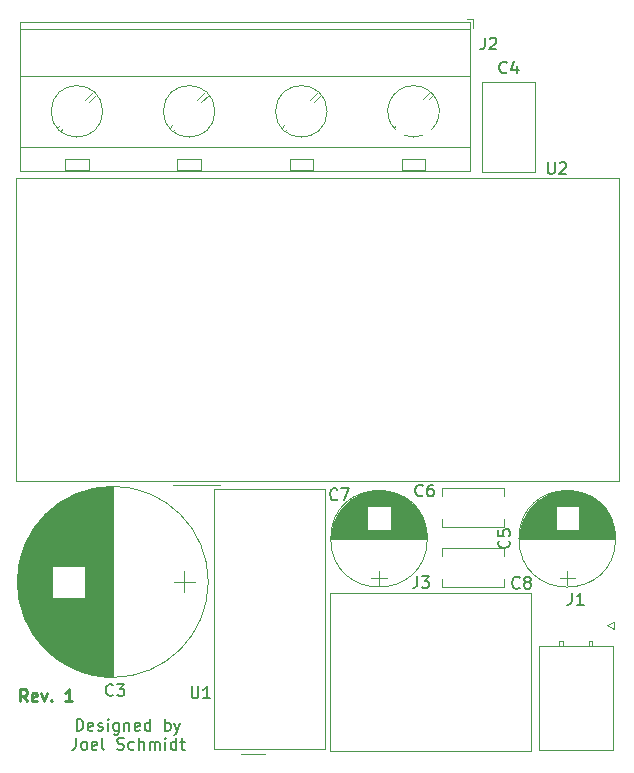
<source format=gbr>
G04 #@! TF.GenerationSoftware,KiCad,Pcbnew,(5.99.0-576-ga860ac506)*
G04 #@! TF.CreationDate,2021-04-05T16:40:01+02:00*
G04 #@! TF.ProjectId,8 Inch Floppy Power Supply,3820496e-6368-4204-966c-6f7070792050,rev?*
G04 #@! TF.SameCoordinates,Original*
G04 #@! TF.FileFunction,Legend,Top*
G04 #@! TF.FilePolarity,Positive*
%FSLAX46Y46*%
G04 Gerber Fmt 4.6, Leading zero omitted, Abs format (unit mm)*
G04 Created by KiCad (PCBNEW (5.99.0-576-ga860ac506)) date 2021-04-05 16:40:01*
%MOMM*%
%LPD*%
G04 APERTURE LIST*
%ADD10C,0.250000*%
%ADD11C,0.150000*%
%ADD12C,0.120000*%
G04 APERTURE END LIST*
D10*
X21201261Y-78049380D02*
X20867928Y-77573190D01*
X20629833Y-78049380D02*
X20629833Y-77049380D01*
X21010785Y-77049380D01*
X21106023Y-77097000D01*
X21153642Y-77144619D01*
X21201261Y-77239857D01*
X21201261Y-77382714D01*
X21153642Y-77477952D01*
X21106023Y-77525571D01*
X21010785Y-77573190D01*
X20629833Y-77573190D01*
X22010785Y-78001761D02*
X21915547Y-78049380D01*
X21725071Y-78049380D01*
X21629833Y-78001761D01*
X21582214Y-77906523D01*
X21582214Y-77525571D01*
X21629833Y-77430333D01*
X21725071Y-77382714D01*
X21915547Y-77382714D01*
X22010785Y-77430333D01*
X22058404Y-77525571D01*
X22058404Y-77620809D01*
X21582214Y-77716047D01*
X22391738Y-77382714D02*
X22629833Y-78049380D01*
X22867928Y-77382714D01*
X23248880Y-77954142D02*
X23296500Y-78001761D01*
X23248880Y-78049380D01*
X23201261Y-78001761D01*
X23248880Y-77954142D01*
X23248880Y-78049380D01*
X25010785Y-78049380D02*
X24439357Y-78049380D01*
X24725071Y-78049380D02*
X24725071Y-77049380D01*
X24629833Y-77192238D01*
X24534595Y-77287476D01*
X24439357Y-77335095D01*
D11*
X25384666Y-80546380D02*
X25384666Y-79546380D01*
X25622761Y-79546380D01*
X25765619Y-79594000D01*
X25860857Y-79689238D01*
X25908476Y-79784476D01*
X25956095Y-79974952D01*
X25956095Y-80117809D01*
X25908476Y-80308285D01*
X25860857Y-80403523D01*
X25765619Y-80498761D01*
X25622761Y-80546380D01*
X25384666Y-80546380D01*
X26765619Y-80498761D02*
X26670380Y-80546380D01*
X26479904Y-80546380D01*
X26384666Y-80498761D01*
X26337047Y-80403523D01*
X26337047Y-80022571D01*
X26384666Y-79927333D01*
X26479904Y-79879714D01*
X26670380Y-79879714D01*
X26765619Y-79927333D01*
X26813238Y-80022571D01*
X26813238Y-80117809D01*
X26337047Y-80213047D01*
X27194190Y-80498761D02*
X27289428Y-80546380D01*
X27479904Y-80546380D01*
X27575142Y-80498761D01*
X27622761Y-80403523D01*
X27622761Y-80355904D01*
X27575142Y-80260666D01*
X27479904Y-80213047D01*
X27337047Y-80213047D01*
X27241809Y-80165428D01*
X27194190Y-80070190D01*
X27194190Y-80022571D01*
X27241809Y-79927333D01*
X27337047Y-79879714D01*
X27479904Y-79879714D01*
X27575142Y-79927333D01*
X28051333Y-80546380D02*
X28051333Y-79879714D01*
X28051333Y-79546380D02*
X28003714Y-79594000D01*
X28051333Y-79641619D01*
X28098952Y-79594000D01*
X28051333Y-79546380D01*
X28051333Y-79641619D01*
X28956095Y-79879714D02*
X28956095Y-80689238D01*
X28908476Y-80784476D01*
X28860857Y-80832095D01*
X28765619Y-80879714D01*
X28622761Y-80879714D01*
X28527523Y-80832095D01*
X28956095Y-80498761D02*
X28860857Y-80546380D01*
X28670380Y-80546380D01*
X28575142Y-80498761D01*
X28527523Y-80451142D01*
X28479904Y-80355904D01*
X28479904Y-80070190D01*
X28527523Y-79974952D01*
X28575142Y-79927333D01*
X28670380Y-79879714D01*
X28860857Y-79879714D01*
X28956095Y-79927333D01*
X29432285Y-79879714D02*
X29432285Y-80546380D01*
X29432285Y-79974952D02*
X29479904Y-79927333D01*
X29575142Y-79879714D01*
X29718000Y-79879714D01*
X29813238Y-79927333D01*
X29860857Y-80022571D01*
X29860857Y-80546380D01*
X30718000Y-80498761D02*
X30622761Y-80546380D01*
X30432285Y-80546380D01*
X30337047Y-80498761D01*
X30289428Y-80403523D01*
X30289428Y-80022571D01*
X30337047Y-79927333D01*
X30432285Y-79879714D01*
X30622761Y-79879714D01*
X30718000Y-79927333D01*
X30765619Y-80022571D01*
X30765619Y-80117809D01*
X30289428Y-80213047D01*
X31622761Y-80546380D02*
X31622761Y-79546380D01*
X31622761Y-80498761D02*
X31527523Y-80546380D01*
X31337047Y-80546380D01*
X31241809Y-80498761D01*
X31194190Y-80451142D01*
X31146571Y-80355904D01*
X31146571Y-80070190D01*
X31194190Y-79974952D01*
X31241809Y-79927333D01*
X31337047Y-79879714D01*
X31527523Y-79879714D01*
X31622761Y-79927333D01*
X32860857Y-80546380D02*
X32860857Y-79546380D01*
X32860857Y-79927333D02*
X32956095Y-79879714D01*
X33146571Y-79879714D01*
X33241809Y-79927333D01*
X33289428Y-79974952D01*
X33337047Y-80070190D01*
X33337047Y-80355904D01*
X33289428Y-80451142D01*
X33241809Y-80498761D01*
X33146571Y-80546380D01*
X32956095Y-80546380D01*
X32860857Y-80498761D01*
X33670380Y-79879714D02*
X33908476Y-80546380D01*
X34146571Y-79879714D02*
X33908476Y-80546380D01*
X33813238Y-80784476D01*
X33765619Y-80832095D01*
X33670380Y-80879714D01*
X25337047Y-81156380D02*
X25337047Y-81870666D01*
X25289428Y-82013523D01*
X25194190Y-82108761D01*
X25051333Y-82156380D01*
X24956095Y-82156380D01*
X25956095Y-82156380D02*
X25860857Y-82108761D01*
X25813238Y-82061142D01*
X25765619Y-81965904D01*
X25765619Y-81680190D01*
X25813238Y-81584952D01*
X25860857Y-81537333D01*
X25956095Y-81489714D01*
X26098952Y-81489714D01*
X26194190Y-81537333D01*
X26241809Y-81584952D01*
X26289428Y-81680190D01*
X26289428Y-81965904D01*
X26241809Y-82061142D01*
X26194190Y-82108761D01*
X26098952Y-82156380D01*
X25956095Y-82156380D01*
X27098952Y-82108761D02*
X27003714Y-82156380D01*
X26813238Y-82156380D01*
X26718000Y-82108761D01*
X26670380Y-82013523D01*
X26670380Y-81632571D01*
X26718000Y-81537333D01*
X26813238Y-81489714D01*
X27003714Y-81489714D01*
X27098952Y-81537333D01*
X27146571Y-81632571D01*
X27146571Y-81727809D01*
X26670380Y-81823047D01*
X27718000Y-82156380D02*
X27622761Y-82108761D01*
X27575142Y-82013523D01*
X27575142Y-81156380D01*
X28813238Y-82108761D02*
X28956095Y-82156380D01*
X29194190Y-82156380D01*
X29289428Y-82108761D01*
X29337047Y-82061142D01*
X29384666Y-81965904D01*
X29384666Y-81870666D01*
X29337047Y-81775428D01*
X29289428Y-81727809D01*
X29194190Y-81680190D01*
X29003714Y-81632571D01*
X28908476Y-81584952D01*
X28860857Y-81537333D01*
X28813238Y-81442095D01*
X28813238Y-81346857D01*
X28860857Y-81251619D01*
X28908476Y-81204000D01*
X29003714Y-81156380D01*
X29241809Y-81156380D01*
X29384666Y-81204000D01*
X30241809Y-82108761D02*
X30146571Y-82156380D01*
X29956095Y-82156380D01*
X29860857Y-82108761D01*
X29813238Y-82061142D01*
X29765619Y-81965904D01*
X29765619Y-81680190D01*
X29813238Y-81584952D01*
X29860857Y-81537333D01*
X29956095Y-81489714D01*
X30146571Y-81489714D01*
X30241809Y-81537333D01*
X30670380Y-82156380D02*
X30670380Y-81156380D01*
X31098952Y-82156380D02*
X31098952Y-81632571D01*
X31051333Y-81537333D01*
X30956095Y-81489714D01*
X30813238Y-81489714D01*
X30718000Y-81537333D01*
X30670380Y-81584952D01*
X31575142Y-82156380D02*
X31575142Y-81489714D01*
X31575142Y-81584952D02*
X31622761Y-81537333D01*
X31718000Y-81489714D01*
X31860857Y-81489714D01*
X31956095Y-81537333D01*
X32003714Y-81632571D01*
X32003714Y-82156380D01*
X32003714Y-81632571D02*
X32051333Y-81537333D01*
X32146571Y-81489714D01*
X32289428Y-81489714D01*
X32384666Y-81537333D01*
X32432285Y-81632571D01*
X32432285Y-82156380D01*
X32908476Y-82156380D02*
X32908476Y-81489714D01*
X32908476Y-81156380D02*
X32860857Y-81204000D01*
X32908476Y-81251619D01*
X32956095Y-81204000D01*
X32908476Y-81156380D01*
X32908476Y-81251619D01*
X33813238Y-82156380D02*
X33813238Y-81156380D01*
X33813238Y-82108761D02*
X33718000Y-82156380D01*
X33527523Y-82156380D01*
X33432285Y-82108761D01*
X33384666Y-82061142D01*
X33337047Y-81965904D01*
X33337047Y-81680190D01*
X33384666Y-81584952D01*
X33432285Y-81537333D01*
X33527523Y-81489714D01*
X33718000Y-81489714D01*
X33813238Y-81537333D01*
X34146571Y-81489714D02*
X34527523Y-81489714D01*
X34289428Y-81156380D02*
X34289428Y-82013523D01*
X34337047Y-82108761D01*
X34432285Y-82156380D01*
X34527523Y-82156380D01*
D12*
X66279000Y-67647500D02*
X67579000Y-67647500D01*
X66929000Y-68247500D02*
X66929000Y-67047500D01*
X66683000Y-60216500D02*
X67175000Y-60216500D01*
X66331000Y-60256500D02*
X67527000Y-60256500D01*
X66115000Y-60296500D02*
X67743000Y-60296500D01*
X65946000Y-60336500D02*
X67912000Y-60336500D01*
X65802000Y-60376500D02*
X68056000Y-60376500D01*
X65675000Y-60416500D02*
X68183000Y-60416500D01*
X65560000Y-60456500D02*
X68298000Y-60456500D01*
X65456000Y-60496500D02*
X68402000Y-60496500D01*
X65359000Y-60536500D02*
X68499000Y-60536500D01*
X65269000Y-60576500D02*
X68589000Y-60576500D01*
X65184000Y-60616500D02*
X68674000Y-60616500D01*
X65103000Y-60656500D02*
X68755000Y-60656500D01*
X65027000Y-60696500D02*
X68831000Y-60696500D01*
X64955000Y-60736500D02*
X68903000Y-60736500D01*
X64886000Y-60776500D02*
X68972000Y-60776500D01*
X64820000Y-60816500D02*
X69038000Y-60816500D01*
X64756000Y-60856500D02*
X69102000Y-60856500D01*
X64695000Y-60896500D02*
X69163000Y-60896500D01*
X64636000Y-60936500D02*
X69222000Y-60936500D01*
X64580000Y-60976500D02*
X69278000Y-60976500D01*
X64525000Y-61016500D02*
X69333000Y-61016500D01*
X64472000Y-61056500D02*
X69386000Y-61056500D01*
X64421000Y-61096500D02*
X69437000Y-61096500D01*
X64372000Y-61136500D02*
X69486000Y-61136500D01*
X64324000Y-61176500D02*
X69534000Y-61176500D01*
X64277000Y-61216500D02*
X69581000Y-61216500D01*
X64232000Y-61256500D02*
X69626000Y-61256500D01*
X64189000Y-61296500D02*
X69669000Y-61296500D01*
X64146000Y-61336500D02*
X69712000Y-61336500D01*
X64105000Y-61376500D02*
X69753000Y-61376500D01*
X64064000Y-61416500D02*
X69794000Y-61416500D01*
X64025000Y-61456500D02*
X69833000Y-61456500D01*
X63987000Y-61496500D02*
X69871000Y-61496500D01*
X63950000Y-61536500D02*
X69908000Y-61536500D01*
X67909000Y-61576500D02*
X69944000Y-61576500D01*
X63914000Y-61576500D02*
X65949000Y-61576500D01*
X67909000Y-61616500D02*
X69979000Y-61616500D01*
X63879000Y-61616500D02*
X65949000Y-61616500D01*
X67909000Y-61656500D02*
X70013000Y-61656500D01*
X63845000Y-61656500D02*
X65949000Y-61656500D01*
X67909000Y-61696500D02*
X70047000Y-61696500D01*
X63811000Y-61696500D02*
X65949000Y-61696500D01*
X67909000Y-61736500D02*
X70079000Y-61736500D01*
X63779000Y-61736500D02*
X65949000Y-61736500D01*
X67909000Y-61776500D02*
X70111000Y-61776500D01*
X63747000Y-61776500D02*
X65949000Y-61776500D01*
X67909000Y-61816500D02*
X70142000Y-61816500D01*
X63716000Y-61816500D02*
X65949000Y-61816500D01*
X67909000Y-61856500D02*
X70172000Y-61856500D01*
X63686000Y-61856500D02*
X65949000Y-61856500D01*
X67909000Y-61896500D02*
X70201000Y-61896500D01*
X63657000Y-61896500D02*
X65949000Y-61896500D01*
X67909000Y-61936500D02*
X70230000Y-61936500D01*
X63628000Y-61936500D02*
X65949000Y-61936500D01*
X67909000Y-61976500D02*
X70258000Y-61976500D01*
X63600000Y-61976500D02*
X65949000Y-61976500D01*
X67909000Y-62016500D02*
X70285000Y-62016500D01*
X63573000Y-62016500D02*
X65949000Y-62016500D01*
X67909000Y-62056500D02*
X70312000Y-62056500D01*
X63546000Y-62056500D02*
X65949000Y-62056500D01*
X67909000Y-62096500D02*
X70337000Y-62096500D01*
X63521000Y-62096500D02*
X65949000Y-62096500D01*
X67909000Y-62136500D02*
X70363000Y-62136500D01*
X63495000Y-62136500D02*
X65949000Y-62136500D01*
X67909000Y-62176500D02*
X70387000Y-62176500D01*
X63471000Y-62176500D02*
X65949000Y-62176500D01*
X67909000Y-62216500D02*
X70411000Y-62216500D01*
X63447000Y-62216500D02*
X65949000Y-62216500D01*
X67909000Y-62256500D02*
X70434000Y-62256500D01*
X63424000Y-62256500D02*
X65949000Y-62256500D01*
X67909000Y-62296500D02*
X70457000Y-62296500D01*
X63401000Y-62296500D02*
X65949000Y-62296500D01*
X67909000Y-62336500D02*
X70479000Y-62336500D01*
X63379000Y-62336500D02*
X65949000Y-62336500D01*
X67909000Y-62376500D02*
X70501000Y-62376500D01*
X63357000Y-62376500D02*
X65949000Y-62376500D01*
X67909000Y-62416500D02*
X70522000Y-62416500D01*
X63336000Y-62416500D02*
X65949000Y-62416500D01*
X67909000Y-62456500D02*
X70542000Y-62456500D01*
X63316000Y-62456500D02*
X65949000Y-62456500D01*
X67909000Y-62496500D02*
X70562000Y-62496500D01*
X63296000Y-62496500D02*
X65949000Y-62496500D01*
X67909000Y-62536500D02*
X70581000Y-62536500D01*
X63277000Y-62536500D02*
X65949000Y-62536500D01*
X67909000Y-62576500D02*
X70600000Y-62576500D01*
X63258000Y-62576500D02*
X65949000Y-62576500D01*
X67909000Y-62616500D02*
X70619000Y-62616500D01*
X63239000Y-62616500D02*
X65949000Y-62616500D01*
X67909000Y-62656500D02*
X70636000Y-62656500D01*
X63222000Y-62656500D02*
X65949000Y-62656500D01*
X67909000Y-62696500D02*
X70654000Y-62696500D01*
X63204000Y-62696500D02*
X65949000Y-62696500D01*
X67909000Y-62736500D02*
X70670000Y-62736500D01*
X63188000Y-62736500D02*
X65949000Y-62736500D01*
X67909000Y-62776500D02*
X70687000Y-62776500D01*
X63171000Y-62776500D02*
X65949000Y-62776500D01*
X67909000Y-62816500D02*
X70702000Y-62816500D01*
X63156000Y-62816500D02*
X65949000Y-62816500D01*
X67909000Y-62856500D02*
X70718000Y-62856500D01*
X63140000Y-62856500D02*
X65949000Y-62856500D01*
X67909000Y-62896500D02*
X70732000Y-62896500D01*
X63126000Y-62896500D02*
X65949000Y-62896500D01*
X67909000Y-62936500D02*
X70747000Y-62936500D01*
X63111000Y-62936500D02*
X65949000Y-62936500D01*
X67909000Y-62976500D02*
X70761000Y-62976500D01*
X63097000Y-62976500D02*
X65949000Y-62976500D01*
X67909000Y-63016500D02*
X70774000Y-63016500D01*
X63084000Y-63016500D02*
X65949000Y-63016500D01*
X67909000Y-63056500D02*
X70787000Y-63056500D01*
X63071000Y-63056500D02*
X65949000Y-63056500D01*
X67909000Y-63096500D02*
X70799000Y-63096500D01*
X63059000Y-63096500D02*
X65949000Y-63096500D01*
X67909000Y-63136500D02*
X70812000Y-63136500D01*
X63046000Y-63136500D02*
X65949000Y-63136500D01*
X67909000Y-63176500D02*
X70823000Y-63176500D01*
X63035000Y-63176500D02*
X65949000Y-63176500D01*
X67909000Y-63216500D02*
X70834000Y-63216500D01*
X63024000Y-63216500D02*
X65949000Y-63216500D01*
X67909000Y-63256500D02*
X70845000Y-63256500D01*
X63013000Y-63256500D02*
X65949000Y-63256500D01*
X67909000Y-63296500D02*
X70855000Y-63296500D01*
X63003000Y-63296500D02*
X65949000Y-63296500D01*
X67909000Y-63336500D02*
X70865000Y-63336500D01*
X62993000Y-63336500D02*
X65949000Y-63336500D01*
X67909000Y-63376500D02*
X70875000Y-63376500D01*
X62983000Y-63376500D02*
X65949000Y-63376500D01*
X67909000Y-63416500D02*
X70884000Y-63416500D01*
X62974000Y-63416500D02*
X65949000Y-63416500D01*
X67909000Y-63456500D02*
X70892000Y-63456500D01*
X62966000Y-63456500D02*
X65949000Y-63456500D01*
X67909000Y-63496500D02*
X70900000Y-63496500D01*
X62958000Y-63496500D02*
X65949000Y-63496500D01*
X62950000Y-63536500D02*
X70908000Y-63536500D01*
X62942000Y-63576500D02*
X70916000Y-63576500D01*
X62935000Y-63617500D02*
X70923000Y-63617500D01*
X62929000Y-63657500D02*
X70929000Y-63657500D01*
X62923000Y-63697500D02*
X70935000Y-63697500D01*
X62917000Y-63737500D02*
X70941000Y-63737500D01*
X62912000Y-63777500D02*
X70946000Y-63777500D01*
X62907000Y-63817500D02*
X70951000Y-63817500D01*
X62902000Y-63857500D02*
X70956000Y-63857500D01*
X62898000Y-63897500D02*
X70960000Y-63897500D01*
X62894000Y-63937500D02*
X70964000Y-63937500D01*
X62891000Y-63977500D02*
X70967000Y-63977500D01*
X62888000Y-64017500D02*
X70970000Y-64017500D01*
X62886000Y-64057500D02*
X70972000Y-64057500D01*
X62883000Y-64097500D02*
X70975000Y-64097500D01*
X62882000Y-64137500D02*
X70976000Y-64137500D01*
X62880000Y-64177500D02*
X70978000Y-64177500D01*
X62879000Y-64217500D02*
X70979000Y-64217500D01*
X62879000Y-64257500D02*
X70979000Y-64257500D01*
X62879000Y-64297500D02*
X70979000Y-64297500D01*
X71019000Y-64297500D02*
G75*
G03*
X71019000Y-64297500I-4090000J0D01*
G01*
X70767500Y-82158000D02*
X70767500Y-73398000D01*
X70767500Y-73398000D02*
X64527500Y-73398000D01*
X64527500Y-73398000D02*
X64527500Y-82158000D01*
X64527500Y-82158000D02*
X70767500Y-82158000D01*
X69047500Y-73398000D02*
X69047500Y-72928000D01*
X69047500Y-72928000D02*
X68747500Y-72928000D01*
X68747500Y-72928000D02*
X68747500Y-73398000D01*
X68747500Y-73398000D02*
X69047500Y-73398000D01*
X66547500Y-73398000D02*
X66547500Y-72928000D01*
X66547500Y-72928000D02*
X66247500Y-72928000D01*
X66247500Y-72928000D02*
X66247500Y-73398000D01*
X66247500Y-73398000D02*
X66547500Y-73398000D01*
X70297500Y-71628000D02*
X70897500Y-71328000D01*
X70897500Y-71328000D02*
X70897500Y-71928000D01*
X70897500Y-71928000D02*
X70297500Y-71628000D01*
X58971500Y-20307000D02*
X58471500Y-20307000D01*
X58971500Y-21047000D02*
X58971500Y-20307000D01*
X43411500Y-33107000D02*
X43411500Y-32107000D01*
X45411500Y-33107000D02*
X45411500Y-32107000D01*
X45411500Y-32107000D02*
X43411500Y-32107000D01*
X45411500Y-33107000D02*
X43411500Y-33107000D01*
X45456500Y-27328000D02*
X46064500Y-26719000D01*
X43023500Y-29761000D02*
X43190500Y-29593000D01*
X45114500Y-27137000D02*
X45798500Y-26453000D01*
X42757500Y-29495000D02*
X42955500Y-29297000D01*
X52911500Y-33107000D02*
X52911500Y-32107000D01*
X54911500Y-33107000D02*
X54911500Y-32107000D01*
X54911500Y-32107000D02*
X52911500Y-32107000D01*
X54911500Y-33107000D02*
X52911500Y-33107000D01*
X55231500Y-27054000D02*
X55565500Y-26719000D01*
X54691500Y-27061000D02*
X55299500Y-26453000D01*
X52257500Y-29495000D02*
X52364500Y-29388000D01*
X20571500Y-33167000D02*
X58731500Y-33167000D01*
X20571500Y-20547000D02*
X20571500Y-33167000D01*
X58731500Y-20547000D02*
X20571500Y-20547000D01*
X58731500Y-33167000D02*
X58731500Y-20547000D01*
X58731500Y-31107000D02*
X20571500Y-31107000D01*
X58731500Y-25107000D02*
X20571500Y-25107000D01*
X58731500Y-21107000D02*
X20571500Y-21107000D01*
X46591500Y-28107000D02*
G75*
G03*
X46591500Y-28107000I-2180000J0D01*
G01*
X53873555Y-25926278D02*
G75*
G02*
X55426500Y-29676000I37945J-2180722D01*
G01*
X54692711Y-30143303D02*
G75*
G02*
X53129500Y-30143000I-781211J2036303D01*
G01*
X52397145Y-29675161D02*
G75*
G02*
X53911500Y-25927000I1514355J1568161D01*
G01*
X35614500Y-27137000D02*
X36298500Y-26453000D01*
X35911500Y-33107000D02*
X33911500Y-33107000D01*
X33257500Y-29495000D02*
X33455500Y-29297000D01*
X35911500Y-33107000D02*
X35911500Y-32107000D01*
X33911500Y-33107000D02*
X33911500Y-32107000D01*
X35911500Y-32107000D02*
X33911500Y-32107000D01*
X35956500Y-27328000D02*
X36564500Y-26719000D01*
X33523500Y-29761000D02*
X33690500Y-29593000D01*
X37091500Y-28107000D02*
G75*
G03*
X37091500Y-28107000I-2180000J0D01*
G01*
X26114500Y-27137000D02*
X26798500Y-26453000D01*
X26411500Y-33107000D02*
X24411500Y-33107000D01*
X23757500Y-29495000D02*
X23955500Y-29297000D01*
X26411500Y-33107000D02*
X26411500Y-32107000D01*
X24411500Y-33107000D02*
X24411500Y-32107000D01*
X26411500Y-32107000D02*
X24411500Y-32107000D01*
X26456500Y-27328000D02*
X27064500Y-26719000D01*
X24023500Y-29761000D02*
X24190500Y-29593000D01*
X27591500Y-28107000D02*
G75*
G03*
X27591500Y-28107000I-2180000J0D01*
G01*
X55080500Y-64290000D02*
G75*
G03*
X55080500Y-64290000I-4090000J0D01*
G01*
X46940500Y-64290000D02*
X55040500Y-64290000D01*
X46940500Y-64250000D02*
X55040500Y-64250000D01*
X46940500Y-64210000D02*
X55040500Y-64210000D01*
X46941500Y-64170000D02*
X55039500Y-64170000D01*
X46943500Y-64130000D02*
X55037500Y-64130000D01*
X46944500Y-64090000D02*
X55036500Y-64090000D01*
X46947500Y-64050000D02*
X55033500Y-64050000D01*
X46949500Y-64010000D02*
X55031500Y-64010000D01*
X46952500Y-63970000D02*
X55028500Y-63970000D01*
X46955500Y-63930000D02*
X55025500Y-63930000D01*
X46959500Y-63890000D02*
X55021500Y-63890000D01*
X46963500Y-63850000D02*
X55017500Y-63850000D01*
X46968500Y-63810000D02*
X55012500Y-63810000D01*
X46973500Y-63770000D02*
X55007500Y-63770000D01*
X46978500Y-63730000D02*
X55002500Y-63730000D01*
X46984500Y-63690000D02*
X54996500Y-63690000D01*
X46990500Y-63650000D02*
X54990500Y-63650000D01*
X46996500Y-63610000D02*
X54984500Y-63610000D01*
X47003500Y-63569000D02*
X54977500Y-63569000D01*
X47011500Y-63529000D02*
X54969500Y-63529000D01*
X47019500Y-63489000D02*
X50010500Y-63489000D01*
X51970500Y-63489000D02*
X54961500Y-63489000D01*
X47027500Y-63449000D02*
X50010500Y-63449000D01*
X51970500Y-63449000D02*
X54953500Y-63449000D01*
X47035500Y-63409000D02*
X50010500Y-63409000D01*
X51970500Y-63409000D02*
X54945500Y-63409000D01*
X47044500Y-63369000D02*
X50010500Y-63369000D01*
X51970500Y-63369000D02*
X54936500Y-63369000D01*
X47054500Y-63329000D02*
X50010500Y-63329000D01*
X51970500Y-63329000D02*
X54926500Y-63329000D01*
X47064500Y-63289000D02*
X50010500Y-63289000D01*
X51970500Y-63289000D02*
X54916500Y-63289000D01*
X47074500Y-63249000D02*
X50010500Y-63249000D01*
X51970500Y-63249000D02*
X54906500Y-63249000D01*
X47085500Y-63209000D02*
X50010500Y-63209000D01*
X51970500Y-63209000D02*
X54895500Y-63209000D01*
X47096500Y-63169000D02*
X50010500Y-63169000D01*
X51970500Y-63169000D02*
X54884500Y-63169000D01*
X47107500Y-63129000D02*
X50010500Y-63129000D01*
X51970500Y-63129000D02*
X54873500Y-63129000D01*
X47120500Y-63089000D02*
X50010500Y-63089000D01*
X51970500Y-63089000D02*
X54860500Y-63089000D01*
X47132500Y-63049000D02*
X50010500Y-63049000D01*
X51970500Y-63049000D02*
X54848500Y-63049000D01*
X47145500Y-63009000D02*
X50010500Y-63009000D01*
X51970500Y-63009000D02*
X54835500Y-63009000D01*
X47158500Y-62969000D02*
X50010500Y-62969000D01*
X51970500Y-62969000D02*
X54822500Y-62969000D01*
X47172500Y-62929000D02*
X50010500Y-62929000D01*
X51970500Y-62929000D02*
X54808500Y-62929000D01*
X47187500Y-62889000D02*
X50010500Y-62889000D01*
X51970500Y-62889000D02*
X54793500Y-62889000D01*
X47201500Y-62849000D02*
X50010500Y-62849000D01*
X51970500Y-62849000D02*
X54779500Y-62849000D01*
X47217500Y-62809000D02*
X50010500Y-62809000D01*
X51970500Y-62809000D02*
X54763500Y-62809000D01*
X47232500Y-62769000D02*
X50010500Y-62769000D01*
X51970500Y-62769000D02*
X54748500Y-62769000D01*
X47249500Y-62729000D02*
X50010500Y-62729000D01*
X51970500Y-62729000D02*
X54731500Y-62729000D01*
X47265500Y-62689000D02*
X50010500Y-62689000D01*
X51970500Y-62689000D02*
X54715500Y-62689000D01*
X47283500Y-62649000D02*
X50010500Y-62649000D01*
X51970500Y-62649000D02*
X54697500Y-62649000D01*
X47300500Y-62609000D02*
X50010500Y-62609000D01*
X51970500Y-62609000D02*
X54680500Y-62609000D01*
X47319500Y-62569000D02*
X50010500Y-62569000D01*
X51970500Y-62569000D02*
X54661500Y-62569000D01*
X47338500Y-62529000D02*
X50010500Y-62529000D01*
X51970500Y-62529000D02*
X54642500Y-62529000D01*
X47357500Y-62489000D02*
X50010500Y-62489000D01*
X51970500Y-62489000D02*
X54623500Y-62489000D01*
X47377500Y-62449000D02*
X50010500Y-62449000D01*
X51970500Y-62449000D02*
X54603500Y-62449000D01*
X47397500Y-62409000D02*
X50010500Y-62409000D01*
X51970500Y-62409000D02*
X54583500Y-62409000D01*
X47418500Y-62369000D02*
X50010500Y-62369000D01*
X51970500Y-62369000D02*
X54562500Y-62369000D01*
X47440500Y-62329000D02*
X50010500Y-62329000D01*
X51970500Y-62329000D02*
X54540500Y-62329000D01*
X47462500Y-62289000D02*
X50010500Y-62289000D01*
X51970500Y-62289000D02*
X54518500Y-62289000D01*
X47485500Y-62249000D02*
X50010500Y-62249000D01*
X51970500Y-62249000D02*
X54495500Y-62249000D01*
X47508500Y-62209000D02*
X50010500Y-62209000D01*
X51970500Y-62209000D02*
X54472500Y-62209000D01*
X47532500Y-62169000D02*
X50010500Y-62169000D01*
X51970500Y-62169000D02*
X54448500Y-62169000D01*
X47556500Y-62129000D02*
X50010500Y-62129000D01*
X51970500Y-62129000D02*
X54424500Y-62129000D01*
X47582500Y-62089000D02*
X50010500Y-62089000D01*
X51970500Y-62089000D02*
X54398500Y-62089000D01*
X47607500Y-62049000D02*
X50010500Y-62049000D01*
X51970500Y-62049000D02*
X54373500Y-62049000D01*
X47634500Y-62009000D02*
X50010500Y-62009000D01*
X51970500Y-62009000D02*
X54346500Y-62009000D01*
X47661500Y-61969000D02*
X50010500Y-61969000D01*
X51970500Y-61969000D02*
X54319500Y-61969000D01*
X47689500Y-61929000D02*
X50010500Y-61929000D01*
X51970500Y-61929000D02*
X54291500Y-61929000D01*
X47718500Y-61889000D02*
X50010500Y-61889000D01*
X51970500Y-61889000D02*
X54262500Y-61889000D01*
X47747500Y-61849000D02*
X50010500Y-61849000D01*
X51970500Y-61849000D02*
X54233500Y-61849000D01*
X47777500Y-61809000D02*
X50010500Y-61809000D01*
X51970500Y-61809000D02*
X54203500Y-61809000D01*
X47808500Y-61769000D02*
X50010500Y-61769000D01*
X51970500Y-61769000D02*
X54172500Y-61769000D01*
X47840500Y-61729000D02*
X50010500Y-61729000D01*
X51970500Y-61729000D02*
X54140500Y-61729000D01*
X47872500Y-61689000D02*
X50010500Y-61689000D01*
X51970500Y-61689000D02*
X54108500Y-61689000D01*
X47906500Y-61649000D02*
X50010500Y-61649000D01*
X51970500Y-61649000D02*
X54074500Y-61649000D01*
X47940500Y-61609000D02*
X50010500Y-61609000D01*
X51970500Y-61609000D02*
X54040500Y-61609000D01*
X47975500Y-61569000D02*
X50010500Y-61569000D01*
X51970500Y-61569000D02*
X54005500Y-61569000D01*
X48011500Y-61529000D02*
X53969500Y-61529000D01*
X48048500Y-61489000D02*
X53932500Y-61489000D01*
X48086500Y-61449000D02*
X53894500Y-61449000D01*
X48125500Y-61409000D02*
X53855500Y-61409000D01*
X48166500Y-61369000D02*
X53814500Y-61369000D01*
X48207500Y-61329000D02*
X53773500Y-61329000D01*
X48250500Y-61289000D02*
X53730500Y-61289000D01*
X48293500Y-61249000D02*
X53687500Y-61249000D01*
X48338500Y-61209000D02*
X53642500Y-61209000D01*
X48385500Y-61169000D02*
X53595500Y-61169000D01*
X48433500Y-61129000D02*
X53547500Y-61129000D01*
X48482500Y-61089000D02*
X53498500Y-61089000D01*
X48533500Y-61049000D02*
X53447500Y-61049000D01*
X48586500Y-61009000D02*
X53394500Y-61009000D01*
X48641500Y-60969000D02*
X53339500Y-60969000D01*
X48697500Y-60929000D02*
X53283500Y-60929000D01*
X48756500Y-60889000D02*
X53224500Y-60889000D01*
X48817500Y-60849000D02*
X53163500Y-60849000D01*
X48881500Y-60809000D02*
X53099500Y-60809000D01*
X48947500Y-60769000D02*
X53033500Y-60769000D01*
X49016500Y-60729000D02*
X52964500Y-60729000D01*
X49088500Y-60689000D02*
X52892500Y-60689000D01*
X49164500Y-60649000D02*
X52816500Y-60649000D01*
X49245500Y-60609000D02*
X52735500Y-60609000D01*
X49330500Y-60569000D02*
X52650500Y-60569000D01*
X49420500Y-60529000D02*
X52560500Y-60529000D01*
X49517500Y-60489000D02*
X52463500Y-60489000D01*
X49621500Y-60449000D02*
X52359500Y-60449000D01*
X49736500Y-60409000D02*
X52244500Y-60409000D01*
X49863500Y-60369000D02*
X52117500Y-60369000D01*
X50007500Y-60329000D02*
X51973500Y-60329000D01*
X50176500Y-60289000D02*
X51804500Y-60289000D01*
X50392500Y-60249000D02*
X51588500Y-60249000D01*
X50744500Y-60209000D02*
X51236500Y-60209000D01*
X50990500Y-68240000D02*
X50990500Y-67040000D01*
X50340500Y-67640000D02*
X51640500Y-67640000D01*
X33560000Y-59769000D02*
X37560000Y-59769000D01*
X20240000Y-59389000D02*
X20240000Y-33789000D01*
X20240000Y-33789000D02*
X71280000Y-33789000D01*
X71280000Y-33789000D02*
X71280000Y-59389000D01*
X71280000Y-59389000D02*
X20240000Y-59389000D01*
X46442500Y-82130000D02*
X37002500Y-82130000D01*
X46442500Y-60090000D02*
X46442500Y-82130000D01*
X37002500Y-60090000D02*
X46442500Y-60090000D01*
X37002500Y-82130000D02*
X37002500Y-60090000D01*
X39322500Y-82510000D02*
X41322500Y-82510000D01*
X56341500Y-65078500D02*
X61561500Y-65078500D01*
X56341500Y-68398500D02*
X61561500Y-68398500D01*
X56341500Y-65078500D02*
X56341500Y-65742500D01*
X56341500Y-67734500D02*
X56341500Y-68398500D01*
X61561500Y-65078500D02*
X61561500Y-65742500D01*
X61561500Y-67734500D02*
X61561500Y-68398500D01*
X61561500Y-62654500D02*
X61561500Y-63318500D01*
X61561500Y-59998500D02*
X61561500Y-60662500D01*
X56341500Y-62654500D02*
X56341500Y-63318500D01*
X56341500Y-59998500D02*
X56341500Y-60662500D01*
X56341500Y-63318500D02*
X61561500Y-63318500D01*
X56341500Y-59998500D02*
X61561500Y-59998500D01*
X59716000Y-25630500D02*
X64236000Y-25630500D01*
X59716000Y-33250500D02*
X64236000Y-33250500D01*
X64236000Y-33250500D02*
X64236000Y-25630500D01*
X59716000Y-33250500D02*
X59716000Y-25630500D01*
X34494500Y-68845000D02*
X34494500Y-67045000D01*
X35394500Y-67945000D02*
X33594500Y-67945000D01*
X20363500Y-68308000D02*
X20363500Y-67582000D01*
X20403500Y-68804000D02*
X20403500Y-67086000D01*
X20443500Y-69109000D02*
X20443500Y-66781000D01*
X20483500Y-69350000D02*
X20483500Y-66540000D01*
X20523500Y-69555000D02*
X20523500Y-66335000D01*
X20563500Y-69737000D02*
X20563500Y-66153000D01*
X20603500Y-69901000D02*
X20603500Y-65989000D01*
X20643500Y-70052000D02*
X20643500Y-65838000D01*
X20683500Y-70193000D02*
X20683500Y-65697000D01*
X20723500Y-70324000D02*
X20723500Y-65566000D01*
X20763500Y-70448000D02*
X20763500Y-65442000D01*
X20803500Y-70566000D02*
X20803500Y-65324000D01*
X20843500Y-70678000D02*
X20843500Y-65212000D01*
X20883500Y-70786000D02*
X20883500Y-65104000D01*
X20923500Y-70888000D02*
X20923500Y-65002000D01*
X20963500Y-70987000D02*
X20963500Y-64903000D01*
X21003500Y-71083000D02*
X21003500Y-64807000D01*
X21043500Y-71175000D02*
X21043500Y-64715000D01*
X21083500Y-71264000D02*
X21083500Y-64626000D01*
X21123500Y-71350000D02*
X21123500Y-64540000D01*
X21163500Y-71434000D02*
X21163500Y-64456000D01*
X21203500Y-71515000D02*
X21203500Y-64375000D01*
X21243500Y-71594000D02*
X21243500Y-64296000D01*
X21283500Y-71671000D02*
X21283500Y-64219000D01*
X21323500Y-71747000D02*
X21323500Y-64143000D01*
X21363500Y-71820000D02*
X21363500Y-64070000D01*
X21403500Y-71891000D02*
X21403500Y-63999000D01*
X21443500Y-71961000D02*
X21443500Y-63929000D01*
X21483500Y-72029000D02*
X21483500Y-63861000D01*
X21523500Y-72096000D02*
X21523500Y-63794000D01*
X21563500Y-72162000D02*
X21563500Y-63728000D01*
X21603500Y-72226000D02*
X21603500Y-63664000D01*
X21643500Y-72288000D02*
X21643500Y-63602000D01*
X21683500Y-72350000D02*
X21683500Y-63540000D01*
X21723500Y-72410000D02*
X21723500Y-63480000D01*
X21763500Y-72469000D02*
X21763500Y-63421000D01*
X21803500Y-72527000D02*
X21803500Y-63363000D01*
X21843500Y-72584000D02*
X21843500Y-63306000D01*
X21883500Y-72640000D02*
X21883500Y-63250000D01*
X21923500Y-72695000D02*
X21923500Y-63195000D01*
X21963500Y-72749000D02*
X21963500Y-63141000D01*
X22003500Y-72802000D02*
X22003500Y-63088000D01*
X22043500Y-72854000D02*
X22043500Y-63036000D01*
X22083500Y-72905000D02*
X22083500Y-62985000D01*
X22123500Y-72956000D02*
X22123500Y-62934000D01*
X22163500Y-73005000D02*
X22163500Y-62885000D01*
X22203500Y-73054000D02*
X22203500Y-62836000D01*
X22243500Y-73102000D02*
X22243500Y-62788000D01*
X22283500Y-73150000D02*
X22283500Y-62740000D01*
X22323500Y-73196000D02*
X22323500Y-62694000D01*
X22363500Y-73242000D02*
X22363500Y-62648000D01*
X22403500Y-73288000D02*
X22403500Y-62602000D01*
X22443500Y-73332000D02*
X22443500Y-62558000D01*
X22483500Y-73376000D02*
X22483500Y-62514000D01*
X22523500Y-73419000D02*
X22523500Y-62471000D01*
X22563500Y-73462000D02*
X22563500Y-62428000D01*
X22603500Y-73504000D02*
X22603500Y-62386000D01*
X22643500Y-73545000D02*
X22643500Y-62345000D01*
X22683500Y-73586000D02*
X22683500Y-62304000D01*
X22723500Y-73626000D02*
X22723500Y-62264000D01*
X22763500Y-73666000D02*
X22763500Y-62224000D01*
X22803500Y-73705000D02*
X22803500Y-62185000D01*
X22843500Y-73744000D02*
X22843500Y-62146000D01*
X22883500Y-73782000D02*
X22883500Y-62108000D01*
X22923500Y-73820000D02*
X22923500Y-62070000D01*
X22963500Y-73857000D02*
X22963500Y-62033000D01*
X23003500Y-73893000D02*
X23003500Y-61997000D01*
X23043500Y-73929000D02*
X23043500Y-61961000D01*
X23083500Y-73965000D02*
X23083500Y-61925000D01*
X23123500Y-74000000D02*
X23123500Y-61890000D01*
X23163500Y-74035000D02*
X23163500Y-61855000D01*
X23203500Y-74069000D02*
X23203500Y-61821000D01*
X23243500Y-74103000D02*
X23243500Y-61787000D01*
X23283500Y-74136000D02*
X23283500Y-61754000D01*
X23323500Y-66565000D02*
X23323500Y-61721000D01*
X23323500Y-74169000D02*
X23323500Y-69325000D01*
X23363500Y-66565000D02*
X23363500Y-61688000D01*
X23363500Y-74202000D02*
X23363500Y-69325000D01*
X23403500Y-66565000D02*
X23403500Y-61656000D01*
X23403500Y-74234000D02*
X23403500Y-69325000D01*
X23443500Y-66565000D02*
X23443500Y-61625000D01*
X23443500Y-74265000D02*
X23443500Y-69325000D01*
X23483500Y-66565000D02*
X23483500Y-61593000D01*
X23483500Y-74297000D02*
X23483500Y-69325000D01*
X23523500Y-66565000D02*
X23523500Y-61563000D01*
X23523500Y-74327000D02*
X23523500Y-69325000D01*
X23563500Y-66565000D02*
X23563500Y-61532000D01*
X23563500Y-74358000D02*
X23563500Y-69325000D01*
X23603500Y-66565000D02*
X23603500Y-61502000D01*
X23603500Y-74388000D02*
X23603500Y-69325000D01*
X23643500Y-66565000D02*
X23643500Y-61472000D01*
X23643500Y-74418000D02*
X23643500Y-69325000D01*
X23683500Y-66565000D02*
X23683500Y-61443000D01*
X23683500Y-74447000D02*
X23683500Y-69325000D01*
X23723500Y-66565000D02*
X23723500Y-61414000D01*
X23723500Y-74476000D02*
X23723500Y-69325000D01*
X23763500Y-66565000D02*
X23763500Y-61386000D01*
X23763500Y-74504000D02*
X23763500Y-69325000D01*
X23803500Y-66565000D02*
X23803500Y-61357000D01*
X23803500Y-74533000D02*
X23803500Y-69325000D01*
X23843500Y-66565000D02*
X23843500Y-61330000D01*
X23843500Y-74560000D02*
X23843500Y-69325000D01*
X23883500Y-66565000D02*
X23883500Y-61302000D01*
X23883500Y-74588000D02*
X23883500Y-69325000D01*
X23923500Y-66565000D02*
X23923500Y-61275000D01*
X23923500Y-74615000D02*
X23923500Y-69325000D01*
X23963500Y-66565000D02*
X23963500Y-61248000D01*
X23963500Y-74642000D02*
X23963500Y-69325000D01*
X24003500Y-66565000D02*
X24003500Y-61222000D01*
X24003500Y-74668000D02*
X24003500Y-69325000D01*
X24043500Y-66565000D02*
X24043500Y-61196000D01*
X24043500Y-74694000D02*
X24043500Y-69325000D01*
X24083500Y-66565000D02*
X24083500Y-61170000D01*
X24083500Y-74720000D02*
X24083500Y-69325000D01*
X24123500Y-66565000D02*
X24123500Y-61144000D01*
X24123500Y-74746000D02*
X24123500Y-69325000D01*
X24163500Y-66565000D02*
X24163500Y-61119000D01*
X24163500Y-74771000D02*
X24163500Y-69325000D01*
X24203500Y-66565000D02*
X24203500Y-61095000D01*
X24203500Y-74795000D02*
X24203500Y-69325000D01*
X24243500Y-66565000D02*
X24243500Y-61070000D01*
X24243500Y-74820000D02*
X24243500Y-69325000D01*
X24283500Y-66565000D02*
X24283500Y-61046000D01*
X24283500Y-74844000D02*
X24283500Y-69325000D01*
X24323500Y-66565000D02*
X24323500Y-61022000D01*
X24323500Y-74868000D02*
X24323500Y-69325000D01*
X24363500Y-66565000D02*
X24363500Y-60999000D01*
X24363500Y-74891000D02*
X24363500Y-69325000D01*
X24403500Y-66565000D02*
X24403500Y-60975000D01*
X24403500Y-74915000D02*
X24403500Y-69325000D01*
X24443500Y-66565000D02*
X24443500Y-60953000D01*
X24443500Y-74937000D02*
X24443500Y-69325000D01*
X24483500Y-66565000D02*
X24483500Y-60930000D01*
X24483500Y-74960000D02*
X24483500Y-69325000D01*
X24523500Y-66565000D02*
X24523500Y-60908000D01*
X24523500Y-74982000D02*
X24523500Y-69325000D01*
X24563500Y-66565000D02*
X24563500Y-60886000D01*
X24563500Y-75004000D02*
X24563500Y-69325000D01*
X24603500Y-66565000D02*
X24603500Y-60864000D01*
X24603500Y-75026000D02*
X24603500Y-69325000D01*
X24643500Y-66565000D02*
X24643500Y-60843000D01*
X24643500Y-75047000D02*
X24643500Y-69325000D01*
X24683500Y-66565000D02*
X24683500Y-60821000D01*
X24683500Y-75069000D02*
X24683500Y-69325000D01*
X24723500Y-66565000D02*
X24723500Y-60801000D01*
X24723500Y-75089000D02*
X24723500Y-69325000D01*
X24763500Y-66565000D02*
X24763500Y-60780000D01*
X24763500Y-75110000D02*
X24763500Y-69325000D01*
X24803500Y-66565000D02*
X24803500Y-60760000D01*
X24803500Y-75130000D02*
X24803500Y-69325000D01*
X24843500Y-66565000D02*
X24843500Y-60740000D01*
X24843500Y-75150000D02*
X24843500Y-69325000D01*
X24883500Y-66565000D02*
X24883500Y-60720000D01*
X24883500Y-75170000D02*
X24883500Y-69325000D01*
X24923500Y-66565000D02*
X24923500Y-60700000D01*
X24923500Y-75190000D02*
X24923500Y-69325000D01*
X24963500Y-66565000D02*
X24963500Y-60681000D01*
X24963500Y-75209000D02*
X24963500Y-69325000D01*
X25003500Y-66565000D02*
X25003500Y-60662000D01*
X25003500Y-75228000D02*
X25003500Y-69325000D01*
X25043500Y-66565000D02*
X25043500Y-60644000D01*
X25043500Y-75246000D02*
X25043500Y-69325000D01*
X25083500Y-66565000D02*
X25083500Y-60625000D01*
X25083500Y-75265000D02*
X25083500Y-69325000D01*
X25123500Y-66565000D02*
X25123500Y-60607000D01*
X25123500Y-75283000D02*
X25123500Y-69325000D01*
X25163500Y-66565000D02*
X25163500Y-60589000D01*
X25163500Y-75301000D02*
X25163500Y-69325000D01*
X25203500Y-66565000D02*
X25203500Y-60572000D01*
X25203500Y-75318000D02*
X25203500Y-69325000D01*
X25243500Y-66565000D02*
X25243500Y-60554000D01*
X25243500Y-75336000D02*
X25243500Y-69325000D01*
X25283500Y-66565000D02*
X25283500Y-60537000D01*
X25283500Y-75353000D02*
X25283500Y-69325000D01*
X25323500Y-66565000D02*
X25323500Y-60520000D01*
X25323500Y-75370000D02*
X25323500Y-69325000D01*
X25363500Y-66565000D02*
X25363500Y-60504000D01*
X25363500Y-75386000D02*
X25363500Y-69325000D01*
X25403500Y-66565000D02*
X25403500Y-60487000D01*
X25403500Y-75403000D02*
X25403500Y-69325000D01*
X25443500Y-66565000D02*
X25443500Y-60471000D01*
X25443500Y-75419000D02*
X25443500Y-69325000D01*
X25483500Y-66565000D02*
X25483500Y-60455000D01*
X25483500Y-75435000D02*
X25483500Y-69325000D01*
X25523500Y-66565000D02*
X25523500Y-60440000D01*
X25523500Y-75450000D02*
X25523500Y-69325000D01*
X25563500Y-66565000D02*
X25563500Y-60424000D01*
X25563500Y-75466000D02*
X25563500Y-69325000D01*
X25603500Y-66565000D02*
X25603500Y-60409000D01*
X25603500Y-75481000D02*
X25603500Y-69325000D01*
X25643500Y-66565000D02*
X25643500Y-60395000D01*
X25643500Y-75495000D02*
X25643500Y-69325000D01*
X25683500Y-66565000D02*
X25683500Y-60380000D01*
X25683500Y-75510000D02*
X25683500Y-69325000D01*
X25723500Y-66565000D02*
X25723500Y-60365000D01*
X25723500Y-75525000D02*
X25723500Y-69325000D01*
X25763500Y-66565000D02*
X25763500Y-60351000D01*
X25763500Y-75539000D02*
X25763500Y-69325000D01*
X25803500Y-66565000D02*
X25803500Y-60337000D01*
X25803500Y-75553000D02*
X25803500Y-69325000D01*
X25843500Y-66565000D02*
X25843500Y-60324000D01*
X25843500Y-75566000D02*
X25843500Y-69325000D01*
X25883500Y-66565000D02*
X25883500Y-60310000D01*
X25883500Y-75580000D02*
X25883500Y-69325000D01*
X25923500Y-66565000D02*
X25923500Y-60297000D01*
X25923500Y-75593000D02*
X25923500Y-69325000D01*
X25963500Y-66565000D02*
X25963500Y-60284000D01*
X25963500Y-75606000D02*
X25963500Y-69325000D01*
X26003500Y-66565000D02*
X26003500Y-60271000D01*
X26003500Y-75619000D02*
X26003500Y-69325000D01*
X26043500Y-66565000D02*
X26043500Y-60259000D01*
X26043500Y-75631000D02*
X26043500Y-69325000D01*
X26083500Y-75644000D02*
X26083500Y-60246000D01*
X26123500Y-75656000D02*
X26123500Y-60234000D01*
X26163500Y-75668000D02*
X26163500Y-60222000D01*
X26203500Y-75679000D02*
X26203500Y-60211000D01*
X26243500Y-75691000D02*
X26243500Y-60199000D01*
X26283500Y-75702000D02*
X26283500Y-60188000D01*
X26323500Y-75713000D02*
X26323500Y-60177000D01*
X26363500Y-75724000D02*
X26363500Y-60166000D01*
X26403500Y-75734000D02*
X26403500Y-60156000D01*
X26443500Y-75744000D02*
X26443500Y-60146000D01*
X26483500Y-75754000D02*
X26483500Y-60136000D01*
X26523500Y-75764000D02*
X26523500Y-60126000D01*
X26563500Y-75774000D02*
X26563500Y-60116000D01*
X26603500Y-75783000D02*
X26603500Y-60107000D01*
X26643500Y-75793000D02*
X26643500Y-60097000D01*
X26683500Y-75802000D02*
X26683500Y-60088000D01*
X26723500Y-75811000D02*
X26723500Y-60079000D01*
X26763500Y-75819000D02*
X26763500Y-60071000D01*
X26803500Y-75828000D02*
X26803500Y-60062000D01*
X26843500Y-75836000D02*
X26843500Y-60054000D01*
X26883500Y-75844000D02*
X26883500Y-60046000D01*
X26923500Y-75851000D02*
X26923500Y-60039000D01*
X26963500Y-75859000D02*
X26963500Y-60031000D01*
X27003500Y-75866000D02*
X27003500Y-60024000D01*
X27043500Y-75873000D02*
X27043500Y-60017000D01*
X27083500Y-75880000D02*
X27083500Y-60010000D01*
X27123500Y-75887000D02*
X27123500Y-60003000D01*
X27163500Y-75894000D02*
X27163500Y-59996000D01*
X27203500Y-75900000D02*
X27203500Y-59990000D01*
X27243500Y-75906000D02*
X27243500Y-59984000D01*
X27283500Y-75912000D02*
X27283500Y-59978000D01*
X27323500Y-75918000D02*
X27323500Y-59972000D01*
X27363500Y-75923000D02*
X27363500Y-59967000D01*
X27403500Y-75928000D02*
X27403500Y-59962000D01*
X27443500Y-75933000D02*
X27443500Y-59957000D01*
X27483500Y-75938000D02*
X27483500Y-59952000D01*
X27523500Y-75943000D02*
X27523500Y-59947000D01*
X27563500Y-75947000D02*
X27563500Y-59943000D01*
X27603500Y-75952000D02*
X27603500Y-59938000D01*
X27643500Y-75956000D02*
X27643500Y-59934000D01*
X27683500Y-75960000D02*
X27683500Y-59930000D01*
X27723500Y-75963000D02*
X27723500Y-59927000D01*
X27764500Y-75967000D02*
X27764500Y-59923000D01*
X27804500Y-75970000D02*
X27804500Y-59920000D01*
X27844500Y-75973000D02*
X27844500Y-59917000D01*
X27884500Y-75976000D02*
X27884500Y-59914000D01*
X27924500Y-75979000D02*
X27924500Y-59911000D01*
X27964500Y-75981000D02*
X27964500Y-59909000D01*
X28004500Y-75984000D02*
X28004500Y-59906000D01*
X28044500Y-75986000D02*
X28044500Y-59904000D01*
X28084500Y-75987000D02*
X28084500Y-59903000D01*
X28124500Y-75989000D02*
X28124500Y-59901000D01*
X28164500Y-75991000D02*
X28164500Y-59899000D01*
X28204500Y-75992000D02*
X28204500Y-59898000D01*
X28244500Y-75993000D02*
X28244500Y-59897000D01*
X28284500Y-75994000D02*
X28284500Y-59896000D01*
X28324500Y-75995000D02*
X28324500Y-59895000D01*
X28364500Y-75995000D02*
X28364500Y-59895000D01*
X28404500Y-75995000D02*
X28404500Y-59895000D01*
X28444500Y-75996000D02*
X28444500Y-59894000D01*
X36534500Y-67945000D02*
G75*
G03*
X36534500Y-67945000I-8090000J0D01*
G01*
X46880500Y-82279000D02*
X46880500Y-68929000D01*
X46880500Y-68929000D02*
X63880500Y-68929000D01*
X63880500Y-68929000D02*
X63880500Y-82279000D01*
X63880500Y-82279000D02*
X46880500Y-82279000D01*
D11*
X61976142Y-64464166D02*
X62023761Y-64511785D01*
X62071380Y-64654642D01*
X62071380Y-64749880D01*
X62023761Y-64892738D01*
X61928523Y-64987976D01*
X61833285Y-65035595D01*
X61642809Y-65083214D01*
X61499952Y-65083214D01*
X61309476Y-65035595D01*
X61214238Y-64987976D01*
X61119000Y-64892738D01*
X61071380Y-64749880D01*
X61071380Y-64654642D01*
X61119000Y-64511785D01*
X61166619Y-64464166D01*
X61071380Y-63559404D02*
X61071380Y-64035595D01*
X61547571Y-64083214D01*
X61499952Y-64035595D01*
X61452333Y-63940357D01*
X61452333Y-63702261D01*
X61499952Y-63607023D01*
X61547571Y-63559404D01*
X61642809Y-63511785D01*
X61880904Y-63511785D01*
X61976142Y-63559404D01*
X62023761Y-63607023D01*
X62071380Y-63702261D01*
X62071380Y-63940357D01*
X62023761Y-64035595D01*
X61976142Y-64083214D01*
X67314166Y-68880380D02*
X67314166Y-69594666D01*
X67266547Y-69737523D01*
X67171309Y-69832761D01*
X67028452Y-69880380D01*
X66933214Y-69880380D01*
X68314166Y-69880380D02*
X67742738Y-69880380D01*
X68028452Y-69880380D02*
X68028452Y-68880380D01*
X67933214Y-69023238D01*
X67837976Y-69118476D01*
X67742738Y-69166095D01*
X59928166Y-21867880D02*
X59928166Y-22582166D01*
X59880547Y-22725023D01*
X59785309Y-22820261D01*
X59642452Y-22867880D01*
X59547214Y-22867880D01*
X60356738Y-21963119D02*
X60404357Y-21915500D01*
X60499595Y-21867880D01*
X60737690Y-21867880D01*
X60832928Y-21915500D01*
X60880547Y-21963119D01*
X60928166Y-22058357D01*
X60928166Y-22153595D01*
X60880547Y-22296452D01*
X60309119Y-22867880D01*
X60928166Y-22867880D01*
X47458333Y-60936142D02*
X47410714Y-60983761D01*
X47267857Y-61031380D01*
X47172619Y-61031380D01*
X47029761Y-60983761D01*
X46934523Y-60888523D01*
X46886904Y-60793285D01*
X46839285Y-60602809D01*
X46839285Y-60459952D01*
X46886904Y-60269476D01*
X46934523Y-60174238D01*
X47029761Y-60079000D01*
X47172619Y-60031380D01*
X47267857Y-60031380D01*
X47410714Y-60079000D01*
X47458333Y-60126619D01*
X47791666Y-60031380D02*
X48458333Y-60031380D01*
X48029761Y-61031380D01*
X65278095Y-32408880D02*
X65278095Y-33218404D01*
X65325714Y-33313642D01*
X65373333Y-33361261D01*
X65468571Y-33408880D01*
X65659047Y-33408880D01*
X65754285Y-33361261D01*
X65801904Y-33313642D01*
X65849523Y-33218404D01*
X65849523Y-32408880D01*
X66278095Y-32504119D02*
X66325714Y-32456500D01*
X66420952Y-32408880D01*
X66659047Y-32408880D01*
X66754285Y-32456500D01*
X66801904Y-32504119D01*
X66849523Y-32599357D01*
X66849523Y-32694595D01*
X66801904Y-32837452D01*
X66230476Y-33408880D01*
X66849523Y-33408880D01*
X35115595Y-76795380D02*
X35115595Y-77604904D01*
X35163214Y-77700142D01*
X35210833Y-77747761D01*
X35306071Y-77795380D01*
X35496547Y-77795380D01*
X35591785Y-77747761D01*
X35639404Y-77700142D01*
X35687023Y-77604904D01*
X35687023Y-76795380D01*
X36687023Y-77795380D02*
X36115595Y-77795380D01*
X36401309Y-77795380D02*
X36401309Y-76795380D01*
X36306071Y-76938238D01*
X36210833Y-77033476D01*
X36115595Y-77081095D01*
X62888833Y-68429142D02*
X62841214Y-68476761D01*
X62698357Y-68524380D01*
X62603119Y-68524380D01*
X62460261Y-68476761D01*
X62365023Y-68381523D01*
X62317404Y-68286285D01*
X62269785Y-68095809D01*
X62269785Y-67952952D01*
X62317404Y-67762476D01*
X62365023Y-67667238D01*
X62460261Y-67572000D01*
X62603119Y-67524380D01*
X62698357Y-67524380D01*
X62841214Y-67572000D01*
X62888833Y-67619619D01*
X63460261Y-67952952D02*
X63365023Y-67905333D01*
X63317404Y-67857714D01*
X63269785Y-67762476D01*
X63269785Y-67714857D01*
X63317404Y-67619619D01*
X63365023Y-67572000D01*
X63460261Y-67524380D01*
X63650738Y-67524380D01*
X63745976Y-67572000D01*
X63793595Y-67619619D01*
X63841214Y-67714857D01*
X63841214Y-67762476D01*
X63793595Y-67857714D01*
X63745976Y-67905333D01*
X63650738Y-67952952D01*
X63460261Y-67952952D01*
X63365023Y-68000571D01*
X63317404Y-68048190D01*
X63269785Y-68143428D01*
X63269785Y-68333904D01*
X63317404Y-68429142D01*
X63365023Y-68476761D01*
X63460261Y-68524380D01*
X63650738Y-68524380D01*
X63745976Y-68476761D01*
X63793595Y-68429142D01*
X63841214Y-68333904D01*
X63841214Y-68143428D01*
X63793595Y-68048190D01*
X63745976Y-68000571D01*
X63650738Y-67952952D01*
X54697333Y-60618642D02*
X54649714Y-60666261D01*
X54506857Y-60713880D01*
X54411619Y-60713880D01*
X54268761Y-60666261D01*
X54173523Y-60571023D01*
X54125904Y-60475785D01*
X54078285Y-60285309D01*
X54078285Y-60142452D01*
X54125904Y-59951976D01*
X54173523Y-59856738D01*
X54268761Y-59761500D01*
X54411619Y-59713880D01*
X54506857Y-59713880D01*
X54649714Y-59761500D01*
X54697333Y-59809119D01*
X55554476Y-59713880D02*
X55364000Y-59713880D01*
X55268761Y-59761500D01*
X55221142Y-59809119D01*
X55125904Y-59951976D01*
X55078285Y-60142452D01*
X55078285Y-60523404D01*
X55125904Y-60618642D01*
X55173523Y-60666261D01*
X55268761Y-60713880D01*
X55459238Y-60713880D01*
X55554476Y-60666261D01*
X55602095Y-60618642D01*
X55649714Y-60523404D01*
X55649714Y-60285309D01*
X55602095Y-60190071D01*
X55554476Y-60142452D01*
X55459238Y-60094833D01*
X55268761Y-60094833D01*
X55173523Y-60142452D01*
X55125904Y-60190071D01*
X55078285Y-60285309D01*
X61809333Y-24804642D02*
X61761714Y-24852261D01*
X61618857Y-24899880D01*
X61523619Y-24899880D01*
X61380761Y-24852261D01*
X61285523Y-24757023D01*
X61237904Y-24661785D01*
X61190285Y-24471309D01*
X61190285Y-24328452D01*
X61237904Y-24137976D01*
X61285523Y-24042738D01*
X61380761Y-23947500D01*
X61523619Y-23899880D01*
X61618857Y-23899880D01*
X61761714Y-23947500D01*
X61809333Y-23995119D01*
X62666476Y-24233214D02*
X62666476Y-24899880D01*
X62428380Y-23852261D02*
X62190285Y-24566547D01*
X62809333Y-24566547D01*
X28471833Y-77509642D02*
X28424214Y-77557261D01*
X28281357Y-77604880D01*
X28186119Y-77604880D01*
X28043261Y-77557261D01*
X27948023Y-77462023D01*
X27900404Y-77366785D01*
X27852785Y-77176309D01*
X27852785Y-77033452D01*
X27900404Y-76842976D01*
X27948023Y-76747738D01*
X28043261Y-76652500D01*
X28186119Y-76604880D01*
X28281357Y-76604880D01*
X28424214Y-76652500D01*
X28471833Y-76700119D01*
X28805166Y-76604880D02*
X29424214Y-76604880D01*
X29090880Y-76985833D01*
X29233738Y-76985833D01*
X29328976Y-77033452D01*
X29376595Y-77081071D01*
X29424214Y-77176309D01*
X29424214Y-77414404D01*
X29376595Y-77509642D01*
X29328976Y-77557261D01*
X29233738Y-77604880D01*
X28948023Y-77604880D01*
X28852785Y-77557261D01*
X28805166Y-77509642D01*
X54213166Y-67460880D02*
X54213166Y-68175166D01*
X54165547Y-68318023D01*
X54070309Y-68413261D01*
X53927452Y-68460880D01*
X53832214Y-68460880D01*
X54594119Y-67460880D02*
X55213166Y-67460880D01*
X54879833Y-67841833D01*
X55022690Y-67841833D01*
X55117928Y-67889452D01*
X55165547Y-67937071D01*
X55213166Y-68032309D01*
X55213166Y-68270404D01*
X55165547Y-68365642D01*
X55117928Y-68413261D01*
X55022690Y-68460880D01*
X54736976Y-68460880D01*
X54641738Y-68413261D01*
X54594119Y-68365642D01*
M02*

</source>
